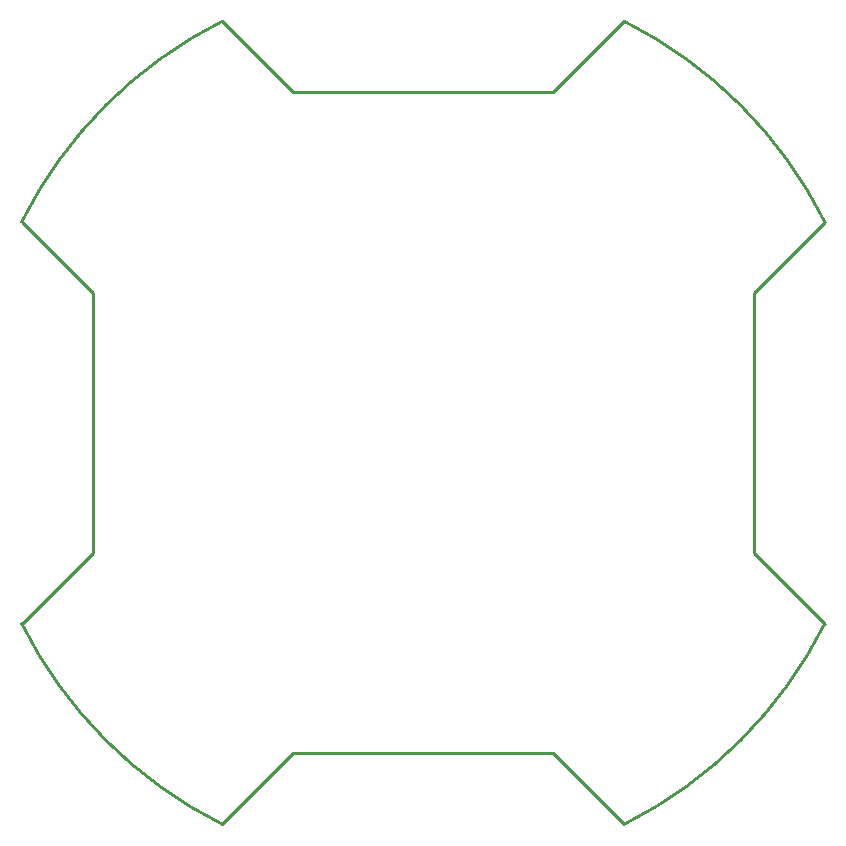
<source format=gko>
G04*
G04 #@! TF.GenerationSoftware,Altium Limited,Altium Designer,21.6.4 (81)*
G04*
G04 Layer_Color=16711935*
%FSLAX25Y25*%
%MOIN*%
G70*
G04*
G04 #@! TF.SameCoordinates,AE92149D-F2BC-473A-8121-C18DD6311B00*
G04*
G04*
G04 #@! TF.FilePolarity,Positive*
G04*
G01*
G75*
%ADD10C,0.01000*%
D10*
X133858Y66929D02*
G03*
X66929Y133858I-133858J-66929D01*
G01*
X-66929D02*
G03*
X-133858Y66929I66929J-133858D01*
G01*
X-133858Y-66929D02*
G03*
X-66929Y-133858I133858J66929D01*
G01*
X66929Y-133858D02*
G03*
X133858Y-66929I-66929J133858D01*
G01*
X110236Y-43307D02*
X133858Y-66929D01*
X110236Y-43307D02*
Y43307D01*
X-133858Y-66929D02*
X-110236Y-43307D01*
X-133858Y66929D02*
X-110236Y43307D01*
Y-43307D02*
Y43307D01*
X110236Y43307D02*
X133858Y66929D01*
X-66929Y-133858D02*
X-43307Y-110236D01*
X43307D01*
X66929Y-133858D01*
X-66929Y133858D02*
X-43307Y110236D01*
X43307D01*
X66929Y133858D01*
M02*

</source>
